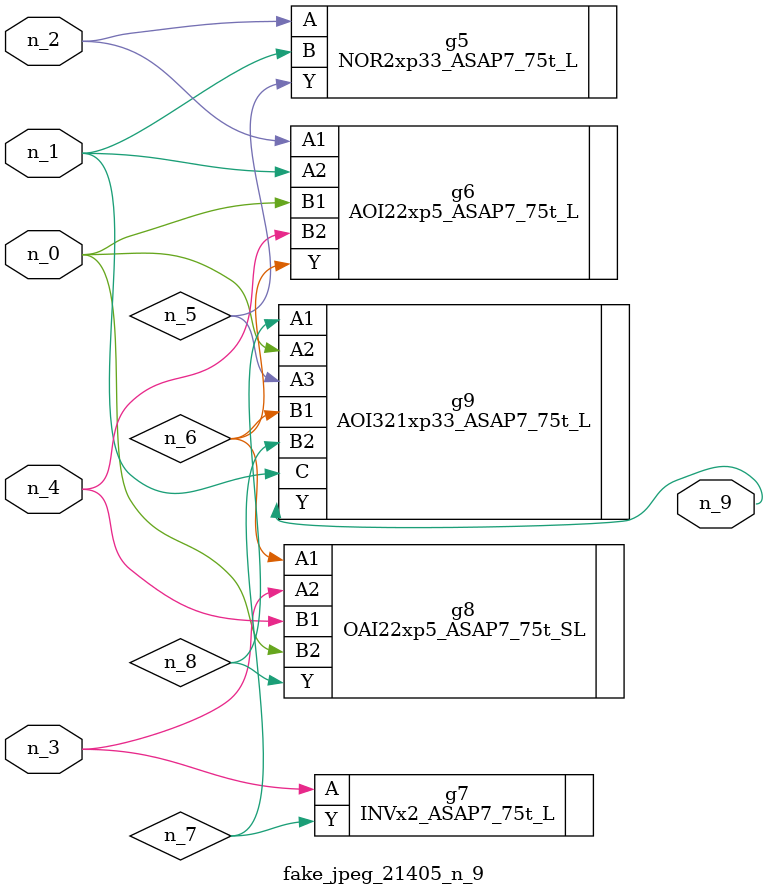
<source format=v>
module fake_jpeg_21405_n_9 (n_3, n_2, n_1, n_0, n_4, n_9);

input n_3;
input n_2;
input n_1;
input n_0;
input n_4;

output n_9;

wire n_8;
wire n_6;
wire n_5;
wire n_7;

NOR2xp33_ASAP7_75t_L g5 ( 
.A(n_2),
.B(n_1),
.Y(n_5)
);

AOI22xp5_ASAP7_75t_L g6 ( 
.A1(n_2),
.A2(n_1),
.B1(n_0),
.B2(n_4),
.Y(n_6)
);

INVx2_ASAP7_75t_L g7 ( 
.A(n_3),
.Y(n_7)
);

OAI22xp5_ASAP7_75t_SL g8 ( 
.A1(n_6),
.A2(n_3),
.B1(n_4),
.B2(n_0),
.Y(n_8)
);

AOI321xp33_ASAP7_75t_L g9 ( 
.A1(n_8),
.A2(n_0),
.A3(n_5),
.B1(n_6),
.B2(n_7),
.C(n_1),
.Y(n_9)
);


endmodule
</source>
